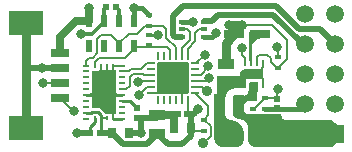
<source format=gtl>
G04 Layer_Physical_Order=1*
G04 Layer_Color=255*
%FSLAX25Y25*%
%MOIN*%
G70*
G01*
G75*
%ADD10R,0.02165X0.04134*%
G04:AMPARAMS|DCode=11|XSize=35.43mil|YSize=62.99mil|CornerRadius=1.95mil|HoleSize=0mil|Usage=FLASHONLY|Rotation=90.000|XOffset=0mil|YOffset=0mil|HoleType=Round|Shape=RoundedRectangle|*
%AMROUNDEDRECTD11*
21,1,0.03543,0.05909,0,0,90.0*
21,1,0.03154,0.06299,0,0,90.0*
1,1,0.00390,0.02955,0.01577*
1,1,0.00390,0.02955,-0.01577*
1,1,0.00390,-0.02955,-0.01577*
1,1,0.00390,-0.02955,0.01577*
%
%ADD11ROUNDEDRECTD11*%
G04:AMPARAMS|DCode=12|XSize=9.84mil|YSize=19.69mil|CornerRadius=1.97mil|HoleSize=0mil|Usage=FLASHONLY|Rotation=180.000|XOffset=0mil|YOffset=0mil|HoleType=Round|Shape=RoundedRectangle|*
%AMROUNDEDRECTD12*
21,1,0.00984,0.01575,0,0,180.0*
21,1,0.00591,0.01969,0,0,180.0*
1,1,0.00394,-0.00295,0.00787*
1,1,0.00394,0.00295,0.00787*
1,1,0.00394,0.00295,-0.00787*
1,1,0.00394,-0.00295,-0.00787*
%
%ADD12ROUNDEDRECTD12*%
%ADD13R,0.00984X0.01575*%
%ADD14R,0.02362X0.00984*%
%ADD15R,0.02165X0.01772*%
%ADD16R,0.02362X0.01654*%
%ADD17R,0.06299X0.03150*%
%ADD18R,0.11811X0.08268*%
G04:AMPARAMS|DCode=19|XSize=9.45mil|YSize=23.62mil|CornerRadius=1.98mil|HoleSize=0mil|Usage=FLASHONLY|Rotation=270.000|XOffset=0mil|YOffset=0mil|HoleType=Round|Shape=RoundedRectangle|*
%AMROUNDEDRECTD19*
21,1,0.00945,0.01965,0,0,270.0*
21,1,0.00548,0.02362,0,0,270.0*
1,1,0.00397,-0.00983,-0.00274*
1,1,0.00397,-0.00983,0.00274*
1,1,0.00397,0.00983,0.00274*
1,1,0.00397,0.00983,-0.00274*
%
%ADD19ROUNDEDRECTD19*%
G04:AMPARAMS|DCode=20|XSize=9.45mil|YSize=23.62mil|CornerRadius=1.98mil|HoleSize=0mil|Usage=FLASHONLY|Rotation=180.000|XOffset=0mil|YOffset=0mil|HoleType=Round|Shape=RoundedRectangle|*
%AMROUNDEDRECTD20*
21,1,0.00945,0.01965,0,0,180.0*
21,1,0.00548,0.02362,0,0,180.0*
1,1,0.00397,-0.00274,0.00983*
1,1,0.00397,0.00274,0.00983*
1,1,0.00397,0.00274,-0.00983*
1,1,0.00397,-0.00274,-0.00983*
%
%ADD20ROUNDEDRECTD20*%
G04:AMPARAMS|DCode=21|XSize=106.3mil|YSize=106.3mil|CornerRadius=2.13mil|HoleSize=0mil|Usage=FLASHONLY|Rotation=180.000|XOffset=0mil|YOffset=0mil|HoleType=Round|Shape=RoundedRectangle|*
%AMROUNDEDRECTD21*
21,1,0.10630,0.10205,0,0,180.0*
21,1,0.10205,0.10630,0,0,180.0*
1,1,0.00425,-0.05102,0.05102*
1,1,0.00425,0.05102,0.05102*
1,1,0.00425,0.05102,-0.05102*
1,1,0.00425,-0.05102,-0.05102*
%
%ADD21ROUNDEDRECTD21*%
%ADD22R,0.06900X0.02800*%
%ADD23R,0.02047X0.02047*%
%ADD24R,0.02047X0.02047*%
%ADD25R,0.02756X0.03543*%
%ADD26R,0.05315X0.03740*%
%ADD27R,0.03740X0.05315*%
%ADD28C,0.01500*%
%ADD29C,0.00800*%
%ADD30C,0.01000*%
%ADD31C,0.02000*%
%ADD32C,0.01700*%
%ADD33C,0.02800*%
%ADD34C,0.02500*%
%ADD35C,0.01200*%
%ADD36C,0.03000*%
%ADD37R,0.05906X0.05906*%
%ADD38C,0.05906*%
%ADD39R,0.05906X0.05906*%
%ADD40C,0.03500*%
%ADD41C,0.03200*%
%ADD42C,0.01969*%
%ADD43C,0.02500*%
G36*
X85696Y22575D02*
X85781Y22575D01*
X85936Y22510D01*
X86055Y22391D01*
X86120Y22235D01*
X86120Y22151D01*
X86120Y19825D01*
X86120Y19825D01*
X86120Y19775D01*
X86082Y19683D01*
X86012Y19613D01*
X85920Y19575D01*
X85870D01*
X85870Y19575D01*
X85804Y19568D01*
X85681Y19517D01*
X85587Y19423D01*
X85536Y19301D01*
X85530Y19234D01*
Y16419D01*
X82964Y16419D01*
X82964Y16419D01*
X82653Y16388D01*
X82079Y16150D01*
X81639Y15710D01*
X81401Y15136D01*
X81370Y14825D01*
Y13325D01*
Y13325D01*
X81394Y13081D01*
X81581Y12630D01*
X81926Y12285D01*
X82376Y12099D01*
X82620Y12075D01*
X93029D01*
X93029Y12075D01*
X93197Y12075D01*
X93506Y11947D01*
X93742Y11710D01*
X93870Y11401D01*
X93870Y11234D01*
X93870Y11234D01*
X93892Y11008D01*
X94065Y10590D01*
X94385Y10270D01*
X94803Y10097D01*
X95029Y10075D01*
X109120D01*
X109120Y10075D01*
X109514Y10075D01*
X110287Y9921D01*
X111015Y9620D01*
X111670Y9182D01*
X112227Y8625D01*
X112665Y7970D01*
X112966Y7242D01*
X113120Y6469D01*
X113120Y6075D01*
X113120Y4825D01*
X113120Y4825D01*
Y4455D01*
X112976Y3731D01*
X112693Y3049D01*
X112283Y2434D01*
X111760Y1912D01*
X111146Y1502D01*
X110464Y1219D01*
X109739Y1075D01*
X109370D01*
X85370Y1075D01*
X85370D01*
X85099Y1075D01*
X84568Y1180D01*
X84067Y1388D01*
X83617Y1689D01*
X83234Y2072D01*
X82933Y2522D01*
X82726Y3023D01*
X82620Y3554D01*
X82620Y3825D01*
Y7575D01*
X82620Y7575D01*
X82607Y7837D01*
X82505Y8351D01*
X82304Y8836D01*
X82013Y9272D01*
X81642Y9643D01*
X81206Y9934D01*
X80721Y10135D01*
X80207Y10237D01*
X79945Y10250D01*
X79695Y10250D01*
X79695D01*
X79282Y10250D01*
X78519Y10566D01*
X77936Y11150D01*
X77620Y11912D01*
X77620Y12325D01*
X77620Y18075D01*
X80541Y18075D01*
D01*
X80541D01*
X80541D01*
X81014Y18121D01*
X81888Y18483D01*
X82556Y19152D01*
X82918Y20025D01*
X82964Y20498D01*
X82964Y22063D01*
X82964Y22165D01*
X83042Y22353D01*
X83186Y22497D01*
X83375Y22575D01*
X83476Y22575D01*
X85696Y22575D01*
X85696Y22575D01*
D02*
G37*
G36*
X38643Y23001D02*
Y19064D01*
X38945D01*
Y17711D01*
X38643D01*
Y15127D01*
Y12192D01*
X36896D01*
Y12200D01*
X34861D01*
X34843Y12262D01*
X34722Y12487D01*
X34560Y12685D01*
X34559Y12685D01*
X33622Y13623D01*
X33424Y13786D01*
X33198Y13906D01*
X32953Y13981D01*
X32698Y14006D01*
X30637D01*
X30637Y14006D01*
X30597Y14042D01*
Y17711D01*
X30045D01*
Y19064D01*
X30597D01*
Y23001D01*
Y26544D01*
X32959D01*
Y26610D01*
X38643D01*
Y23001D01*
D02*
G37*
G36*
X86620Y37212D02*
X86122Y37163D01*
X85202Y36782D01*
X84497Y36078D01*
X84116Y35157D01*
X84067Y34659D01*
Y34659D01*
Y34659D01*
D01*
X84067Y29372D01*
X83114Y29575D01*
Y39325D01*
X86620D01*
X86620Y37212D01*
D02*
G37*
G36*
X81706Y27075D02*
X82079Y27075D01*
X82079Y24575D01*
X82079Y20978D01*
X82079D01*
X82079Y20898D01*
X82017Y20750D01*
X81904Y20636D01*
X81756Y20575D01*
X78079D01*
X78079Y20575D01*
X77789Y20561D01*
X77220Y20447D01*
X76684Y20225D01*
X76202Y19903D01*
X75792Y19493D01*
X75469Y19011D01*
X75248Y18475D01*
X75134Y17906D01*
X75120Y17616D01*
Y11844D01*
X75120Y11844D01*
X75157Y11469D01*
X75444Y10775D01*
X75975Y10245D01*
X76668Y9958D01*
X77043Y9921D01*
X77043Y9921D01*
X77453Y9921D01*
X78257Y9761D01*
X79015Y9447D01*
X79697Y8992D01*
X80277Y8412D01*
X80732Y7730D01*
X81046Y6972D01*
X81206Y6168D01*
X81206Y5758D01*
X81206Y3633D01*
X81206Y3633D01*
X81206Y3381D01*
X81108Y2887D01*
X80915Y2421D01*
X80635Y2002D01*
X80279Y1646D01*
X79860Y1366D01*
X79394Y1173D01*
X78900Y1075D01*
X78648Y1075D01*
X74470D01*
X74165Y1075D01*
X73566Y1194D01*
X73002Y1428D01*
X72494Y1767D01*
X72062Y2199D01*
X71723Y2707D01*
X71489Y3271D01*
X71370Y3870D01*
X71370Y4175D01*
X71370Y18575D01*
X71370D01*
X71565Y18594D01*
X71926Y18743D01*
X72202Y19019D01*
X72351Y19380D01*
X72370Y19575D01*
X72370Y24575D01*
X79206Y24575D01*
D01*
X79206D01*
X79206D01*
X79384Y24592D01*
X79714Y24729D01*
X79966Y24981D01*
X80102Y25311D01*
X80120Y25489D01*
X80120Y25489D01*
X80120Y25804D01*
X80361Y26387D01*
X80808Y26833D01*
X81391Y27075D01*
X81706Y27075D01*
D02*
G37*
%LPC*%
G36*
X82964Y22063D02*
Y22063D01*
D01*
Y22063D01*
D02*
G37*
%LPD*%
D10*
X44463Y34610D02*
D03*
X39541D02*
D03*
X34620D02*
D03*
X29699D02*
D03*
Y43075D02*
D03*
X34620D02*
D03*
X39541D02*
D03*
X44463D02*
D03*
D11*
X84545Y25400D02*
D03*
D12*
X81593Y29140D02*
D03*
X83561D02*
D03*
X85530D02*
D03*
X87498D02*
D03*
Y21659D02*
D03*
X85530D02*
D03*
X83561D02*
D03*
X81593D02*
D03*
D13*
X31667Y10612D02*
D03*
X33636D02*
D03*
X35604D02*
D03*
X37573D02*
D03*
X31667Y28132D02*
D03*
X33636D02*
D03*
X35604D02*
D03*
X37573D02*
D03*
D14*
X28616Y28230D02*
D03*
Y26262D02*
D03*
Y24293D02*
D03*
Y22325D02*
D03*
Y20356D02*
D03*
Y18388D02*
D03*
Y16419D02*
D03*
Y14451D02*
D03*
Y12482D02*
D03*
Y10514D02*
D03*
X40624Y28230D02*
D03*
Y26262D02*
D03*
Y24293D02*
D03*
Y22325D02*
D03*
Y20356D02*
D03*
Y18388D02*
D03*
Y16419D02*
D03*
Y14451D02*
D03*
Y12482D02*
D03*
Y10514D02*
D03*
D15*
X88370Y13803D02*
D03*
Y17346D02*
D03*
X84370Y13835D02*
D03*
Y17378D02*
D03*
X49620Y38446D02*
D03*
Y34902D02*
D03*
Y45096D02*
D03*
Y41553D02*
D03*
X92520Y30906D02*
D03*
Y27362D02*
D03*
X67870Y10097D02*
D03*
Y6553D02*
D03*
D16*
X60630Y37766D02*
D03*
Y40325D02*
D03*
Y42884D02*
D03*
X68110D02*
D03*
Y40325D02*
D03*
Y37766D02*
D03*
D17*
X20079Y32244D02*
D03*
Y27322D02*
D03*
Y22401D02*
D03*
Y17480D02*
D03*
D18*
X8661Y42283D02*
D03*
Y7440D02*
D03*
D19*
X65100Y19154D02*
D03*
Y21122D02*
D03*
Y23091D02*
D03*
Y25059D02*
D03*
Y27028D02*
D03*
Y28996D02*
D03*
X50140D02*
D03*
Y27028D02*
D03*
Y25059D02*
D03*
Y23091D02*
D03*
Y21122D02*
D03*
Y19154D02*
D03*
D20*
X62541Y31555D02*
D03*
X60573D02*
D03*
X58604D02*
D03*
X56636D02*
D03*
X54667D02*
D03*
X52699D02*
D03*
Y16594D02*
D03*
X54667D02*
D03*
X56636D02*
D03*
X58604D02*
D03*
X60573D02*
D03*
X62541D02*
D03*
D21*
X57620Y24075D02*
D03*
D22*
X78120Y38575D02*
D03*
X86620D02*
D03*
D23*
X92370Y17150D02*
D03*
Y14000D02*
D03*
X45620Y14033D02*
D03*
Y10883D02*
D03*
D24*
X35433Y47638D02*
D03*
X38583D02*
D03*
X30045Y5575D02*
D03*
X33195D02*
D03*
X62445Y12075D02*
D03*
X59295D02*
D03*
D25*
X42876Y5825D02*
D03*
X37364D02*
D03*
X63626Y7325D02*
D03*
X58114D02*
D03*
D26*
X75295Y22468D02*
D03*
Y28768D02*
D03*
X52370Y5425D02*
D03*
Y11724D02*
D03*
D27*
X73220Y15575D02*
D03*
X79520D02*
D03*
D28*
X88370Y13803D02*
X99866D01*
X44463Y43075D02*
Y47325D01*
X60630Y42884D02*
X64370D01*
X44463Y47325D02*
X47392D01*
X49620Y45096D01*
X99866Y13803D02*
X101575Y15512D01*
D29*
X85795Y25400D02*
X87498Y23697D01*
X67716Y2362D02*
X70153Y4798D01*
X37573Y26096D02*
Y28132D01*
X35604Y26096D02*
Y28132D01*
X33636Y25825D02*
Y28132D01*
X37573Y10612D02*
Y13203D01*
X48870Y21122D02*
X50140D01*
X46136Y18388D02*
X48870Y21122D01*
X48096Y25059D02*
X50140D01*
X47780Y25375D02*
X48096Y25059D01*
X44186Y25375D02*
X47780D01*
X45638Y38842D02*
X48348Y41553D01*
X39620Y34689D02*
Y35575D01*
X48348Y41553D02*
X49620D01*
X84370Y13835D02*
X84736D01*
X92173Y17346D02*
X92370Y17150D01*
X88370Y17346D02*
X92173D01*
X88248D02*
X88370D01*
X84736Y13835D02*
X88248Y17346D01*
X67870Y10097D02*
X69420Y11647D01*
X39541Y34610D02*
X39620Y34689D01*
X28616Y28230D02*
Y29821D01*
X31667Y28132D02*
Y29372D01*
X28616Y29821D02*
X29620Y30825D01*
X30857D01*
X33636Y10612D02*
X35604D01*
X58870Y11650D02*
X59295Y12075D01*
X58620Y24075D02*
X61573Y21122D01*
X62445Y12075D02*
X62541Y12171D01*
Y16594D01*
X56636Y31555D02*
Y33558D01*
X87498Y27575D02*
Y29140D01*
X85919Y25557D02*
X87498Y27575D01*
X92370Y34184D02*
X92520Y34034D01*
X87498Y21659D02*
Y23697D01*
X85795Y25400D02*
X85919Y25557D01*
X81593Y29140D02*
Y30602D01*
X40624Y26262D02*
X42807D01*
X46136Y23091D02*
X50140D01*
X63626Y7325D02*
X64398Y6553D01*
X67870D01*
X62445Y40325D02*
X63415Y39354D01*
X60630Y40325D02*
X62445D01*
X63415Y36846D02*
Y39354D01*
X62541Y31555D02*
Y33709D01*
X65100Y36268D01*
Y39055D01*
X66370Y40325D01*
X68110D01*
X60573Y31555D02*
Y34004D01*
X63415Y36846D01*
X58604Y31555D02*
Y34283D01*
X55769Y34425D02*
X56636Y33558D01*
X43148Y24337D02*
X44186Y25375D01*
X42807Y26262D02*
X43520Y26975D01*
X46853D01*
X48874Y28996D01*
X50140D01*
X41624Y30825D02*
X44463Y33664D01*
Y34610D01*
X44648Y34425D01*
X49620Y41553D02*
X54142D01*
X55420Y37468D02*
X58604Y34283D01*
X55420Y37468D02*
Y40275D01*
X54142Y41553D02*
X55420Y40275D01*
X50140Y19154D02*
X52699D01*
X57620Y24075D01*
X60573Y16594D02*
Y21122D01*
X40624Y20356D02*
X42026D01*
X20079Y17480D02*
X24356Y13203D01*
X24606D01*
X19936Y22259D02*
X20079Y22401D01*
X14370Y22259D02*
X19936D01*
X30857Y30825D02*
X32337Y32305D01*
Y37174D01*
X36809Y38386D02*
X39620Y35575D01*
X31667Y29372D02*
X33120Y30825D01*
X41624D01*
X32337Y37174D02*
X33549Y38386D01*
X36809D01*
X65100Y25059D02*
X66854D01*
X69420Y11647D02*
Y14834D01*
X65100Y19154D02*
X69420Y14834D01*
X65100Y28996D02*
X65353D01*
X85530Y29140D02*
Y31051D01*
X86223Y31744D01*
X92370Y17150D02*
Y20323D01*
X92520Y20472D01*
X92520Y31201D02*
Y34034D01*
X92520Y27362D02*
X92642D01*
X95669Y30390D01*
X86223Y31744D02*
X89122D01*
X90158Y30709D01*
X92370Y34184D02*
Y34325D01*
X80709Y41732D02*
X90551D01*
X95669Y36614D01*
Y30390D02*
Y36614D01*
X90158Y29429D02*
Y30709D01*
Y29429D02*
X92299Y27288D01*
X67870Y10097D02*
X67992D01*
X70153Y7936D01*
Y4798D02*
Y7936D01*
X46120Y23075D02*
X46136Y23091D01*
X42026Y20356D02*
X43148Y21479D01*
Y24337D01*
X46120Y22575D02*
Y23075D01*
X45626Y13693D02*
Y14069D01*
X44648Y34425D02*
X55769D01*
X39620Y35575D02*
X42888Y38842D01*
X45638D01*
X37573Y28132D02*
Y28230D01*
X40624D01*
X80541Y31654D02*
X81593Y30602D01*
X80541Y31654D02*
Y33912D01*
X65100Y21122D02*
X67429D01*
X65100Y23091D02*
X68902D01*
X68189Y31832D02*
X69008Y32651D01*
X65353Y28996D02*
X68189Y31832D01*
X66854Y25059D02*
X69370Y27575D01*
X67429Y21122D02*
X68976Y19575D01*
X68902Y23091D02*
X69386Y23575D01*
D30*
X33636Y10612D02*
Y11762D01*
X28616Y18388D02*
X31667D01*
X37671D02*
X40624D01*
X33636Y6016D02*
Y10612D01*
X40624Y16419D02*
X43276D01*
X45626Y14069D01*
X50120Y38441D02*
X52486D01*
X30419Y12482D02*
X30637Y12700D01*
X28616Y12482D02*
X30419D01*
X32698Y12700D02*
X33636Y11762D01*
X30637Y12700D02*
X32698D01*
X31667Y9307D02*
Y10612D01*
X30045Y7685D02*
X31667Y9307D01*
X30045Y5575D02*
Y7685D01*
X37573Y10612D02*
X37671Y10514D01*
X40624D01*
D31*
X33195Y5575D02*
X37364Y5575D01*
Y5825D02*
X37614Y5575D01*
X62445Y12075D02*
X63626D01*
Y7325D02*
Y12075D01*
Y4831D02*
Y7325D01*
X14120Y27322D02*
X20079D01*
X37364Y5575D02*
X37364Y5575D01*
X58301Y37698D02*
X60630D01*
X57620Y38379D02*
X58301Y37698D01*
X57620Y38379D02*
Y44567D01*
X63626Y12075D02*
X64620D01*
X37364Y5641D02*
Y5825D01*
Y5575D02*
Y5641D01*
X37431Y5575D01*
X37364D02*
X37431D01*
X37614D01*
X37364Y5575D02*
Y5575D01*
X52370Y10883D02*
Y11724D01*
X42876Y5825D02*
X46801D01*
X46745Y10883D02*
X46801Y10827D01*
Y5825D02*
Y10827D01*
X46745Y10883D02*
X52370D01*
X45620D02*
X46745D01*
X52370Y5425D02*
X55827Y1969D01*
X60764D01*
X63626Y4831D01*
X25620Y5575D02*
X30045D01*
X37431Y5575D02*
X41037Y1969D01*
X48913D01*
X52370Y5425D01*
X64620Y12075D02*
X66120Y13575D01*
X68110Y42952D02*
X70511D01*
X101075Y36012D02*
X101575Y35512D01*
X101075Y35512D02*
Y36012D01*
Y37107D01*
X106535Y40551D02*
X111575Y35512D01*
X57620Y44567D02*
X61092Y48038D01*
X70511Y42952D02*
X72691Y45132D01*
X92119Y48038D02*
X99606Y40551D01*
X106535D01*
X91065Y45132D02*
X100186Y36012D01*
X101075D01*
X61092Y48038D02*
X92119D01*
X72691Y45132D02*
X91065D01*
X8898Y27322D02*
X14120D01*
X8661Y27559D02*
X8898Y27322D01*
D32*
X68110Y37766D02*
X70502D01*
X71820Y39084D01*
D33*
X58114Y7325D02*
Y11724D01*
X52370D02*
X58114D01*
D34*
X20079Y32244D02*
Y37795D01*
X29620Y43075D02*
X29699D01*
X20079Y37795D02*
X25280Y42996D01*
X29620D01*
Y43075D02*
Y47325D01*
D35*
X34620Y42867D02*
Y43075D01*
X30596Y38842D02*
X34620Y42867D01*
X26844Y38842D02*
X30596D01*
X38583Y47638D02*
X39541Y46679D01*
Y43075D02*
Y46679D01*
X34620Y43075D02*
Y46923D01*
X35335Y47638D01*
D36*
X75295Y28768D02*
Y35750D01*
X78120Y38575D01*
Y41495D01*
X76378Y41732D02*
X80709D01*
X8661Y7440D02*
Y27559D01*
Y42283D01*
D37*
X76644Y5421D02*
D03*
D38*
X86644D02*
D03*
X101575Y5512D02*
D03*
X111575Y15512D02*
D03*
X101575D02*
D03*
X111575Y25512D02*
D03*
X101575D02*
D03*
X111575Y35512D02*
D03*
X101575D02*
D03*
X111575Y45512D02*
D03*
X101575D02*
D03*
D39*
X111575Y5512D02*
D03*
D40*
X67716Y2362D02*
D03*
X68976Y19575D02*
D03*
D41*
X44463Y47325D02*
D03*
X14120Y27322D02*
D03*
X8495Y42825D02*
D03*
X8370Y7075D02*
D03*
X46136Y18388D02*
D03*
X52486Y38441D02*
D03*
X64370Y42884D02*
D03*
X32480Y24606D02*
D03*
X36417D02*
D03*
X36589Y19372D02*
D03*
X46801Y5825D02*
D03*
X25620Y5575D02*
D03*
X32652Y19372D02*
D03*
X24606Y13203D02*
D03*
X14370Y22259D02*
D03*
X26844Y38842D02*
D03*
X66120Y13575D02*
D03*
X71820Y39084D02*
D03*
X80709Y41732D02*
D03*
X92520Y20472D02*
D03*
X92370Y34325D02*
D03*
X29620Y47325D02*
D03*
X46120Y22575D02*
D03*
X80541Y33912D02*
D03*
X76378Y41732D02*
D03*
X68189Y31832D02*
D03*
X69370Y27968D02*
D03*
X69779Y23968D02*
D03*
D42*
X86120Y25400D02*
D03*
X82970D02*
D03*
D43*
X61620Y24075D02*
D03*
X57620Y28075D02*
D03*
Y20075D02*
D03*
X53620Y24075D02*
D03*
M02*

</source>
